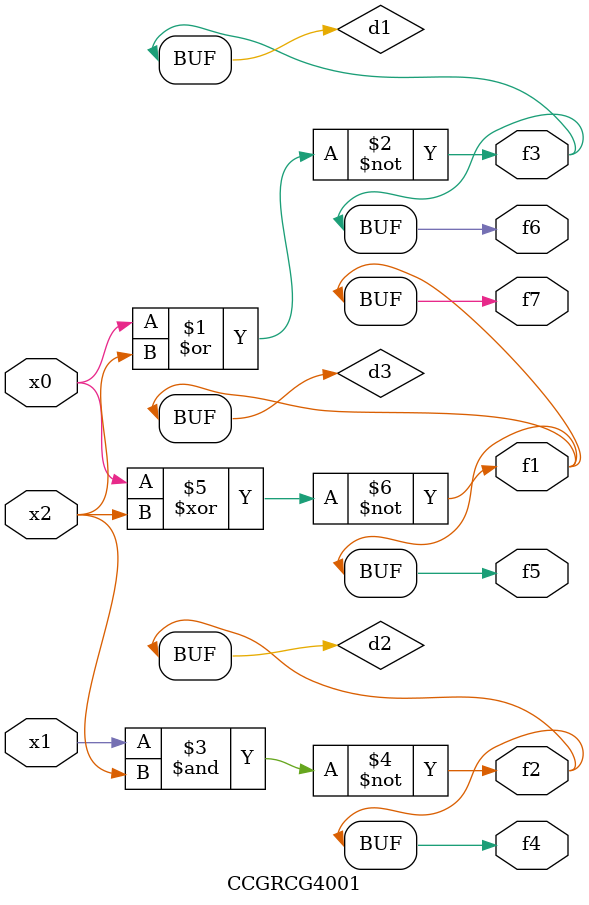
<source format=v>
module CCGRCG4001(
	input x0, x1, x2,
	output f1, f2, f3, f4, f5, f6, f7
);

	wire d1, d2, d3;

	nor (d1, x0, x2);
	nand (d2, x1, x2);
	xnor (d3, x0, x2);
	assign f1 = d3;
	assign f2 = d2;
	assign f3 = d1;
	assign f4 = d2;
	assign f5 = d3;
	assign f6 = d1;
	assign f7 = d3;
endmodule

</source>
